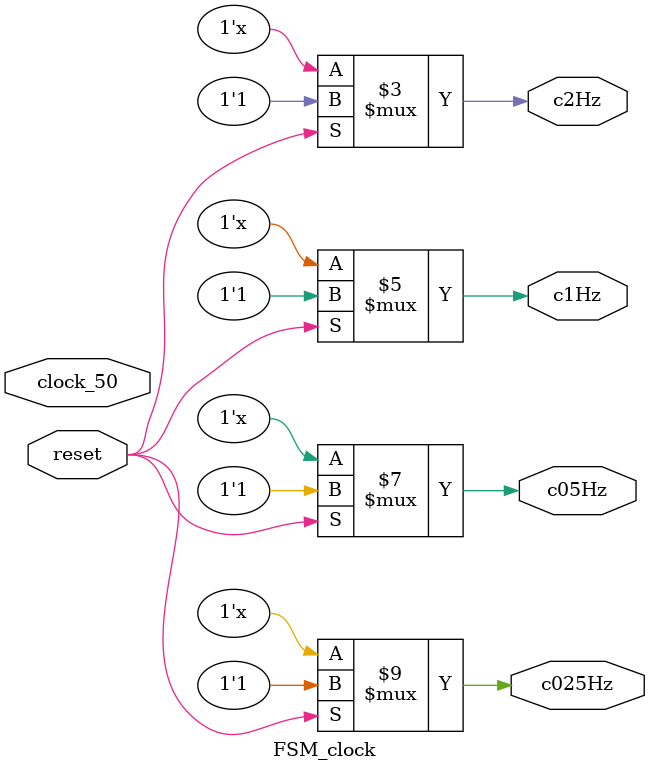
<source format=v>
/*
Transforma um sinal de clock de 50MHz em sinais de 0.25Hz, 0.5Hz, 1Hz e 2Hz
*/

module FSM_clock(
	//entrada de dados
	reset,
	clock_50,
	
	//saida de dados
	c025Hz,
	c05Hz,
	c1Hz,
	c2Hz
);

	// Input Port(s)
	input wire reset;
	input wire clock_50;
	
	// Output Port(s)
	output reg c025Hz;
	output reg c05Hz;
	output reg c1Hz;
	output reg c2Hz;
	
	always @(reset)
	begin
		if (reset == 1'b1)
			begin
				c025Hz <= 199999999; // todo ver com o prof. não sei se é pra fazer assim.
				c05Hz <= 99999999; // todo ver com o prof. não sei se é pra fazer assim.
				c1Hz <= 49999999; // todo ver com o prof. não sei se é pra fazer assim.
				c2Hz <= 24999999; // todo ver com o prof. não sei se é pra fazer assim.
			end
	end

endmodule

</source>
